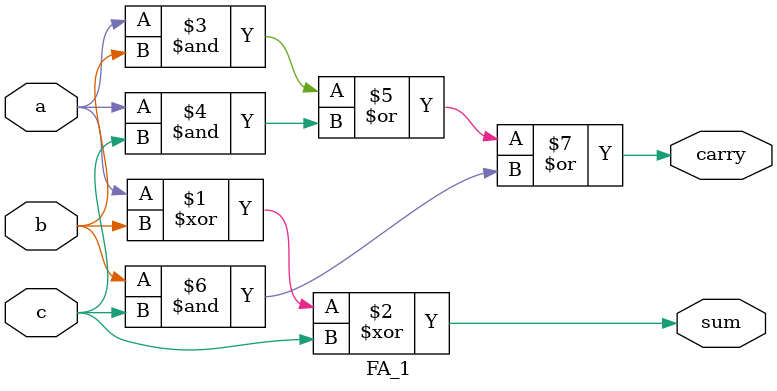
<source format=v>
module FA_1 (a, b, c, sum, carry);
    input a, b, c;

    output sum, carry;

    assign sum = a ^ b ^ c;
    assign carry = a & b | a & c | b & c;

endmodule
</source>
